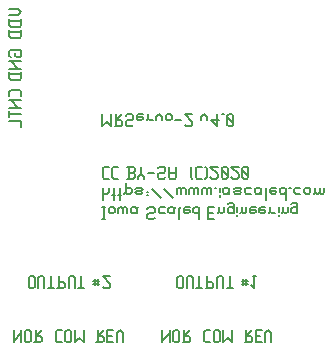
<source format=gbr>
G04 start of page 10 for group -4078 idx -4078 *
G04 Title: (unknown), bottomsilk *
G04 Creator: pcb 4.0.2 *
G04 CreationDate: Wed Oct 14 23:21:47 2020 UTC *
G04 For: ndholmes *
G04 Format: Gerber/RS-274X *
G04 PCB-Dimensions (mil): 1700.00 1200.00 *
G04 PCB-Coordinate-Origin: lower left *
%MOIN*%
%FSLAX25Y25*%
%LNBOTTOMSILK*%
%ADD55C,0.0080*%
G54D55*X10000Y22500D02*Y25500D01*
Y22500D02*X10500Y22000D01*
X11500D01*
X12000Y22500D01*
Y25500D01*
X11500Y26000D02*X12000Y25500D01*
X10500Y26000D02*X11500D01*
X10000Y25500D02*X10500Y26000D01*
X13200Y22000D02*Y25500D01*
X13700Y26000D01*
X14700D01*
X15200Y25500D01*
Y22000D02*Y25500D01*
X16400Y22000D02*X18400D01*
X17400D02*Y26000D01*
X20100Y22000D02*Y26000D01*
X19600Y22000D02*X21600D01*
X22100Y22500D01*
Y23500D01*
X21600Y24000D02*X22100Y23500D01*
X20100Y24000D02*X21600D01*
X23300Y22000D02*Y25500D01*
X23800Y26000D01*
X24800D01*
X25300Y25500D01*
Y22000D02*Y25500D01*
X26500Y22000D02*X28500D01*
X27500D02*Y26000D01*
X31500Y24500D02*X33500D01*
X31500Y23500D02*X33500D01*
X33000Y23000D02*Y25000D01*
X32000Y23000D02*Y25000D01*
X34700Y22500D02*X35200Y22000D01*
X36700D01*
X37200Y22500D01*
Y23500D01*
X34700Y26000D02*X37200Y23500D01*
X34700Y26000D02*X37200D01*
X5000Y4000D02*Y8000D01*
Y4000D02*Y4500D01*
X7500Y7000D01*
Y4000D02*Y8000D01*
X8700Y4500D02*Y7500D01*
Y4500D02*X9200Y4000D01*
X10200D01*
X10700Y4500D01*
Y7500D01*
X10200Y8000D02*X10700Y7500D01*
X9200Y8000D02*X10200D01*
X8700Y7500D02*X9200Y8000D01*
X11900Y4000D02*X13900D01*
X14400Y4500D01*
Y5500D01*
X13900Y6000D02*X14400Y5500D01*
X12400Y6000D02*X13900D01*
X12400Y4000D02*Y8000D01*
Y6000D02*X14400Y8000D01*
X19500D02*X21000D01*
X19000Y7500D02*X19500Y8000D01*
X19000Y4500D02*Y7500D01*
Y4500D02*X19500Y4000D01*
X21000D01*
X22200Y4500D02*Y7500D01*
Y4500D02*X22700Y4000D01*
X23700D01*
X24200Y4500D01*
Y7500D01*
X23700Y8000D02*X24200Y7500D01*
X22700Y8000D02*X23700D01*
X22200Y7500D02*X22700Y8000D01*
X25400Y4000D02*Y8000D01*
Y4000D02*X26900Y5500D01*
X28400Y4000D01*
Y8000D01*
X32500Y4000D02*X34500D01*
X35000Y4500D01*
Y5500D01*
X34500Y6000D02*X35000Y5500D01*
X33000Y6000D02*X34500D01*
X33000Y4000D02*Y8000D01*
Y6000D02*X35000Y8000D01*
X36200Y6000D02*X37700D01*
X36200Y8000D02*X38200D01*
X36200Y4000D02*Y8000D01*
Y4000D02*X38200D01*
X39400D02*Y7000D01*
X40400Y8000D01*
X41400Y7000D01*
Y4000D02*Y7000D01*
X3500Y115000D02*X6500D01*
X7500Y114000D01*
X6500Y113000D01*
X3500D02*X6500D01*
X3500Y111300D02*X7500D01*
X3500Y109800D02*X4000Y109300D01*
X7000D01*
X7500Y109800D02*X7000Y109300D01*
X7500Y109800D02*Y111800D01*
X3500Y109800D02*Y111800D01*
Y107600D02*X7500D01*
X3500Y106100D02*X4000Y105600D01*
X7000D01*
X7500Y106100D02*X7000Y105600D01*
X7500Y106100D02*Y108100D01*
X3500Y106100D02*Y108100D01*
Y99500D02*X4000Y99000D01*
X3500Y99500D02*Y101000D01*
X4000Y101500D02*X3500Y101000D01*
X4000Y101500D02*X7000D01*
X7500Y101000D01*
Y99500D02*Y101000D01*
Y99500D02*X7000Y99000D01*
X6000D02*X7000D01*
X5500Y99500D02*X6000Y99000D01*
X5500Y99500D02*Y100500D01*
X3500Y97800D02*X7500D01*
X3500D02*X4000D01*
X6500Y95300D01*
X3500D02*X7500D01*
X3500Y93600D02*X7500D01*
X3500Y92100D02*X4000Y91600D01*
X7000D01*
X7500Y92100D02*X7000Y91600D01*
X7500Y92100D02*Y94100D01*
X3500Y92100D02*Y94100D01*
X7500Y86000D02*Y87500D01*
X7000Y88000D02*X7500Y87500D01*
X4000Y88000D02*X7000D01*
X4000D02*X3500Y87500D01*
Y86000D02*Y87500D01*
Y84800D02*X7500D01*
X3500D02*X4000D01*
X6500Y82300D01*
X3500D02*X7500D01*
X3500Y79100D02*Y81100D01*
Y80100D02*X7500D01*
X3500Y77900D02*X7500D01*
Y75900D02*Y77900D01*
X59500Y22500D02*Y25500D01*
Y22500D02*X60000Y22000D01*
X61000D01*
X61500Y22500D01*
Y25500D01*
X61000Y26000D02*X61500Y25500D01*
X60000Y26000D02*X61000D01*
X59500Y25500D02*X60000Y26000D01*
X62700Y22000D02*Y25500D01*
X63200Y26000D01*
X64200D01*
X64700Y25500D01*
Y22000D02*Y25500D01*
X65900Y22000D02*X67900D01*
X66900D02*Y26000D01*
X69600Y22000D02*Y26000D01*
X69100Y22000D02*X71100D01*
X71600Y22500D01*
Y23500D01*
X71100Y24000D02*X71600Y23500D01*
X69600Y24000D02*X71100D01*
X72800Y22000D02*Y25500D01*
X73300Y26000D01*
X74300D01*
X74800Y25500D01*
Y22000D02*Y25500D01*
X76000Y22000D02*X78000D01*
X77000D02*Y26000D01*
X81000Y24500D02*X83000D01*
X81000Y23500D02*X83000D01*
X82500Y23000D02*Y25000D01*
X81500Y23000D02*Y25000D01*
X84700Y26000D02*X85700D01*
X85200Y22000D02*Y26000D01*
X84200Y23000D02*X85200Y22000D01*
X54500Y4000D02*Y8000D01*
Y4000D02*Y4500D01*
X57000Y7000D01*
Y4000D02*Y8000D01*
X58200Y4500D02*Y7500D01*
Y4500D02*X58700Y4000D01*
X59700D01*
X60200Y4500D01*
Y7500D01*
X59700Y8000D02*X60200Y7500D01*
X58700Y8000D02*X59700D01*
X58200Y7500D02*X58700Y8000D01*
X61400Y4000D02*X63400D01*
X63900Y4500D01*
Y5500D01*
X63400Y6000D02*X63900Y5500D01*
X61900Y6000D02*X63400D01*
X61900Y4000D02*Y8000D01*
Y6000D02*X63900Y8000D01*
X69000D02*X70500D01*
X68500Y7500D02*X69000Y8000D01*
X68500Y4500D02*Y7500D01*
Y4500D02*X69000Y4000D01*
X70500D01*
X71700Y4500D02*Y7500D01*
Y4500D02*X72200Y4000D01*
X73200D01*
X73700Y4500D01*
Y7500D01*
X73200Y8000D02*X73700Y7500D01*
X72200Y8000D02*X73200D01*
X71700Y7500D02*X72200Y8000D01*
X74900Y4000D02*Y8000D01*
Y4000D02*X76400Y5500D01*
X77900Y4000D01*
Y8000D01*
X82000Y4000D02*X84000D01*
X84500Y4500D01*
Y5500D01*
X84000Y6000D02*X84500Y5500D01*
X82500Y6000D02*X84000D01*
X82500Y4000D02*Y8000D01*
Y6000D02*X84500Y8000D01*
X85700Y6000D02*X87200D01*
X85700Y8000D02*X87700D01*
X85700Y4000D02*Y8000D01*
Y4000D02*X87700D01*
X88900D02*Y7000D01*
X89900Y8000D01*
X90900Y7000D01*
Y4000D02*Y7000D01*
X34500Y45000D02*X35500D01*
X35000D02*Y49000D01*
X34500D02*X35500D01*
X36700Y47500D02*Y48500D01*
Y47500D02*X37200Y47000D01*
X38200D01*
X38700Y47500D01*
Y48500D01*
X38200Y49000D02*X38700Y48500D01*
X37200Y49000D02*X38200D01*
X36700Y48500D02*X37200Y49000D01*
X39900Y47000D02*Y48500D01*
X40400Y49000D01*
X40900D01*
X41400Y48500D01*
Y47000D02*Y48500D01*
X41900Y49000D01*
X42400D01*
X42900Y48500D01*
Y47000D02*Y48500D01*
X45600Y47000D02*X46100Y47500D01*
X44600Y47000D02*X45600D01*
X44100Y47500D02*X44600Y47000D01*
X44100Y47500D02*Y48500D01*
X44600Y49000D01*
X46100Y47000D02*Y48500D01*
X46600Y49000D01*
X44600D02*X45600D01*
X46100Y48500D01*
X51600Y45000D02*X52100Y45500D01*
X50100Y45000D02*X51600D01*
X49600Y45500D02*X50100Y45000D01*
X49600Y45500D02*Y46500D01*
X50100Y47000D01*
X51600D01*
X52100Y47500D01*
Y48500D01*
X51600Y49000D02*X52100Y48500D01*
X50100Y49000D02*X51600D01*
X49600Y48500D02*X50100Y49000D01*
X53800Y47000D02*X55300D01*
X53300Y47500D02*X53800Y47000D01*
X53300Y47500D02*Y48500D01*
X53800Y49000D01*
X55300D01*
X58000Y47000D02*X58500Y47500D01*
X57000Y47000D02*X58000D01*
X56500Y47500D02*X57000Y47000D01*
X56500Y47500D02*Y48500D01*
X57000Y49000D01*
X58500Y47000D02*Y48500D01*
X59000Y49000D01*
X57000D02*X58000D01*
X58500Y48500D01*
X60200Y45000D02*Y48500D01*
X60700Y49000D01*
X62200D02*X63700D01*
X61700Y48500D02*X62200Y49000D01*
X61700Y47500D02*Y48500D01*
Y47500D02*X62200Y47000D01*
X63200D01*
X63700Y47500D01*
X61700Y48000D02*X63700D01*
Y47500D02*Y48000D01*
X66900Y45000D02*Y49000D01*
X66400D02*X66900Y48500D01*
X65400Y49000D02*X66400D01*
X64900Y48500D02*X65400Y49000D01*
X64900Y47500D02*Y48500D01*
Y47500D02*X65400Y47000D01*
X66400D01*
X66900Y47500D01*
X69900Y47000D02*X71400D01*
X69900Y49000D02*X71900D01*
X69900Y45000D02*Y49000D01*
Y45000D02*X71900D01*
X73600Y47500D02*Y49000D01*
Y47500D02*X74100Y47000D01*
X74600D01*
X75100Y47500D01*
Y49000D01*
X73100Y47000D02*X73600Y47500D01*
X77800Y47000D02*X78300Y47500D01*
X76800Y47000D02*X77800D01*
X76300Y47500D02*X76800Y47000D01*
X76300Y47500D02*Y48500D01*
X76800Y49000D01*
X77800D01*
X78300Y48500D01*
X76300Y50000D02*X76800Y50500D01*
X77800D01*
X78300Y50000D01*
Y47000D02*Y50000D01*
X79500Y46000D02*Y46500D01*
Y47500D02*Y49000D01*
X81000Y47500D02*Y49000D01*
Y47500D02*X81500Y47000D01*
X82000D01*
X82500Y47500D01*
Y49000D01*
X80500Y47000D02*X81000Y47500D01*
X84200Y49000D02*X85700D01*
X83700Y48500D02*X84200Y49000D01*
X83700Y47500D02*Y48500D01*
Y47500D02*X84200Y47000D01*
X85200D01*
X85700Y47500D01*
X83700Y48000D02*X85700D01*
Y47500D02*Y48000D01*
X87400Y49000D02*X88900D01*
X86900Y48500D02*X87400Y49000D01*
X86900Y47500D02*Y48500D01*
Y47500D02*X87400Y47000D01*
X88400D01*
X88900Y47500D01*
X86900Y48000D02*X88900D01*
Y47500D02*Y48000D01*
X90600Y47500D02*Y49000D01*
Y47500D02*X91100Y47000D01*
X92100D01*
X90100D02*X90600Y47500D01*
X93300Y46000D02*Y46500D01*
Y47500D02*Y49000D01*
X94800Y47500D02*Y49000D01*
Y47500D02*X95300Y47000D01*
X95800D01*
X96300Y47500D01*
Y49000D01*
X94300Y47000D02*X94800Y47500D01*
X99000Y47000D02*X99500Y47500D01*
X98000Y47000D02*X99000D01*
X97500Y47500D02*X98000Y47000D01*
X97500Y47500D02*Y48500D01*
X98000Y49000D01*
X99000D01*
X99500Y48500D01*
X97500Y50000D02*X98000Y50500D01*
X99000D01*
X99500Y50000D01*
Y47000D02*Y50000D01*
X34700Y51500D02*Y55500D01*
Y54000D02*X35200Y53500D01*
X36200D01*
X36700Y54000D01*
Y55500D01*
X38400Y51500D02*Y55000D01*
X38900Y55500D01*
X37900Y53000D02*X38900D01*
X40400Y51500D02*Y55000D01*
X40900Y55500D01*
X39900Y53000D02*X40900D01*
X42400Y54000D02*Y57000D01*
X41900Y53500D02*X42400Y54000D01*
X42900Y53500D01*
X43900D01*
X44400Y54000D01*
Y55000D01*
X43900Y55500D02*X44400Y55000D01*
X42900Y55500D02*X43900D01*
X42400Y55000D02*X42900Y55500D01*
X46100D02*X47600D01*
X48100Y55000D01*
X47600Y54500D02*X48100Y55000D01*
X46100Y54500D02*X47600D01*
X45600Y54000D02*X46100Y54500D01*
X45600Y54000D02*X46100Y53500D01*
X47600D01*
X48100Y54000D01*
X45600Y55000D02*X46100Y55500D01*
X49300Y53000D02*X49800D01*
X49300Y54000D02*X49800D01*
X51000Y55000D02*X54000Y52000D01*
X55200Y55000D02*X58200Y52000D01*
X59400Y53500D02*Y55000D01*
X59900Y55500D01*
X60400D01*
X60900Y55000D01*
Y53500D02*Y55000D01*
X61400Y55500D01*
X61900D01*
X62400Y55000D01*
Y53500D02*Y55000D01*
X63600Y53500D02*Y55000D01*
X64100Y55500D01*
X64600D01*
X65100Y55000D01*
Y53500D02*Y55000D01*
X65600Y55500D01*
X66100D01*
X66600Y55000D01*
Y53500D02*Y55000D01*
X67800Y53500D02*Y55000D01*
X68300Y55500D01*
X68800D01*
X69300Y55000D01*
Y53500D02*Y55000D01*
X69800Y55500D01*
X70300D01*
X70800Y55000D01*
Y53500D02*Y55000D01*
X72000Y55500D02*X72500D01*
X73700Y52500D02*Y53000D01*
Y54000D02*Y55500D01*
X76200Y53500D02*X76700Y54000D01*
X75200Y53500D02*X76200D01*
X74700Y54000D02*X75200Y53500D01*
X74700Y54000D02*Y55000D01*
X75200Y55500D01*
X76700Y53500D02*Y55000D01*
X77200Y55500D01*
X75200D02*X76200D01*
X76700Y55000D01*
X78900Y55500D02*X80400D01*
X80900Y55000D01*
X80400Y54500D02*X80900Y55000D01*
X78900Y54500D02*X80400D01*
X78400Y54000D02*X78900Y54500D01*
X78400Y54000D02*X78900Y53500D01*
X80400D01*
X80900Y54000D01*
X78400Y55000D02*X78900Y55500D01*
X82600Y53500D02*X84100D01*
X82100Y54000D02*X82600Y53500D01*
X82100Y54000D02*Y55000D01*
X82600Y55500D01*
X84100D01*
X86800Y53500D02*X87300Y54000D01*
X85800Y53500D02*X86800D01*
X85300Y54000D02*X85800Y53500D01*
X85300Y54000D02*Y55000D01*
X85800Y55500D01*
X87300Y53500D02*Y55000D01*
X87800Y55500D01*
X85800D02*X86800D01*
X87300Y55000D01*
X89000Y51500D02*Y55000D01*
X89500Y55500D01*
X91000D02*X92500D01*
X90500Y55000D02*X91000Y55500D01*
X90500Y54000D02*Y55000D01*
Y54000D02*X91000Y53500D01*
X92000D01*
X92500Y54000D01*
X90500Y54500D02*X92500D01*
Y54000D02*Y54500D01*
X95700Y51500D02*Y55500D01*
X95200D02*X95700Y55000D01*
X94200Y55500D02*X95200D01*
X93700Y55000D02*X94200Y55500D01*
X93700Y54000D02*Y55000D01*
Y54000D02*X94200Y53500D01*
X95200D01*
X95700Y54000D01*
X96900Y55500D02*X97400D01*
X99100Y53500D02*X100600D01*
X98600Y54000D02*X99100Y53500D01*
X98600Y54000D02*Y55000D01*
X99100Y55500D01*
X100600D01*
X101800Y54000D02*Y55000D01*
Y54000D02*X102300Y53500D01*
X103300D01*
X103800Y54000D01*
Y55000D01*
X103300Y55500D02*X103800Y55000D01*
X102300Y55500D02*X103300D01*
X101800Y55000D02*X102300Y55500D01*
X105500Y54000D02*Y55500D01*
Y54000D02*X106000Y53500D01*
X106500D01*
X107000Y54000D01*
Y55500D01*
Y54000D02*X107500Y53500D01*
X108000D01*
X108500Y54000D01*
Y55500D01*
X105000Y53500D02*X105500Y54000D01*
X35200Y62500D02*X36700D01*
X34700Y62000D02*X35200Y62500D01*
X34700Y59000D02*Y62000D01*
Y59000D02*X35200Y58500D01*
X36700D01*
X38400Y62500D02*X39900D01*
X37900Y62000D02*X38400Y62500D01*
X37900Y59000D02*Y62000D01*
Y59000D02*X38400Y58500D01*
X39900D01*
X42900Y62500D02*X44900D01*
X45400Y62000D01*
Y61000D02*Y62000D01*
X44900Y60500D02*X45400Y61000D01*
X43400Y60500D02*X44900D01*
X43400Y58500D02*Y62500D01*
X42900Y58500D02*X44900D01*
X45400Y59000D01*
Y60000D01*
X44900Y60500D02*X45400Y60000D01*
X46600Y58500D02*Y59000D01*
X47600Y60000D01*
X48600Y59000D01*
Y58500D02*Y59000D01*
X47600Y60000D02*Y62500D01*
X49800Y60500D02*X51800D01*
X55000Y58500D02*X55500Y59000D01*
X53500Y58500D02*X55000D01*
X53000Y59000D02*X53500Y58500D01*
X53000Y59000D02*Y60000D01*
X53500Y60500D01*
X55000D01*
X55500Y61000D01*
Y62000D01*
X55000Y62500D02*X55500Y62000D01*
X53500Y62500D02*X55000D01*
X53000Y62000D02*X53500Y62500D01*
X56700Y59000D02*Y62500D01*
Y59000D02*X57200Y58500D01*
X58700D01*
X59200Y59000D01*
Y62500D01*
X56700Y60500D02*X59200D01*
X64000Y62000D02*X64500Y62500D01*
X64000Y59000D02*X64500Y58500D01*
X64000Y59000D02*Y62000D01*
X66200Y62500D02*X67700D01*
X65700Y62000D02*X66200Y62500D01*
X65700Y59000D02*Y62000D01*
Y59000D02*X66200Y58500D01*
X67700D01*
X68900D02*X69400Y59000D01*
Y62000D01*
X68900Y62500D02*X69400Y62000D01*
X70600Y59000D02*X71100Y58500D01*
X72600D01*
X73100Y59000D01*
Y60000D01*
X70600Y62500D02*X73100Y60000D01*
X70600Y62500D02*X73100D01*
X74300Y62000D02*X74800Y62500D01*
X74300Y59000D02*Y62000D01*
Y59000D02*X74800Y58500D01*
X75800D01*
X76300Y59000D01*
Y62000D01*
X75800Y62500D02*X76300Y62000D01*
X74800Y62500D02*X75800D01*
X74300Y61500D02*X76300Y59500D01*
X77500Y59000D02*X78000Y58500D01*
X79500D01*
X80000Y59000D01*
Y60000D01*
X77500Y62500D02*X80000Y60000D01*
X77500Y62500D02*X80000D01*
X81200Y62000D02*X81700Y62500D01*
X81200Y59000D02*Y62000D01*
Y59000D02*X81700Y58500D01*
X82700D01*
X83200Y59000D01*
Y62000D01*
X82700Y62500D02*X83200Y62000D01*
X81700Y62500D02*X82700D01*
X81200Y61500D02*X83200Y59500D01*
X34500Y76000D02*Y80000D01*
Y76000D02*X36000Y77500D01*
X37500Y76000D01*
Y80000D01*
X38700Y76000D02*X40700D01*
X41200Y76500D01*
Y77500D01*
X40700Y78000D02*X41200Y77500D01*
X39200Y78000D02*X40700D01*
X39200Y76000D02*Y80000D01*
Y78000D02*X41200Y80000D01*
X44400Y76000D02*X44900Y76500D01*
X42900Y76000D02*X44400D01*
X42400Y76500D02*X42900Y76000D01*
X42400Y76500D02*Y77500D01*
X42900Y78000D01*
X44400D01*
X44900Y78500D01*
Y79500D01*
X44400Y80000D02*X44900Y79500D01*
X42900Y80000D02*X44400D01*
X42400Y79500D02*X42900Y80000D01*
X46600D02*X48100D01*
X46100Y79500D02*X46600Y80000D01*
X46100Y78500D02*Y79500D01*
Y78500D02*X46600Y78000D01*
X47600D01*
X48100Y78500D01*
X46100Y79000D02*X48100D01*
Y78500D02*Y79000D01*
X49800Y78500D02*Y80000D01*
Y78500D02*X50300Y78000D01*
X51300D01*
X49300D02*X49800Y78500D01*
X52500Y78000D02*Y79000D01*
X53500Y80000D01*
X54500Y79000D01*
Y78000D02*Y79000D01*
X55700Y78500D02*Y79500D01*
Y78500D02*X56200Y78000D01*
X57200D01*
X57700Y78500D01*
Y79500D01*
X57200Y80000D02*X57700Y79500D01*
X56200Y80000D02*X57200D01*
X55700Y79500D02*X56200Y80000D01*
X58900Y78000D02*X60900D01*
X62100Y76500D02*X62600Y76000D01*
X64100D01*
X64600Y76500D01*
Y77500D01*
X62100Y80000D02*X64600Y77500D01*
X62100Y80000D02*X64600D01*
X67600Y78000D02*Y79000D01*
X68600Y80000D01*
X69600Y79000D01*
Y78000D02*Y79000D01*
X70800Y78000D02*X72800Y76000D01*
X70800Y78000D02*X73300D01*
X72800Y76000D02*Y80000D01*
X74500D02*X75000D01*
X76200Y79500D02*X76700Y80000D01*
X76200Y76500D02*Y79500D01*
Y76500D02*X76700Y76000D01*
X77700D01*
X78200Y76500D01*
Y79500D01*
X77700Y80000D02*X78200Y79500D01*
X76700Y80000D02*X77700D01*
X76200Y79000D02*X78200Y77000D01*
M02*

</source>
